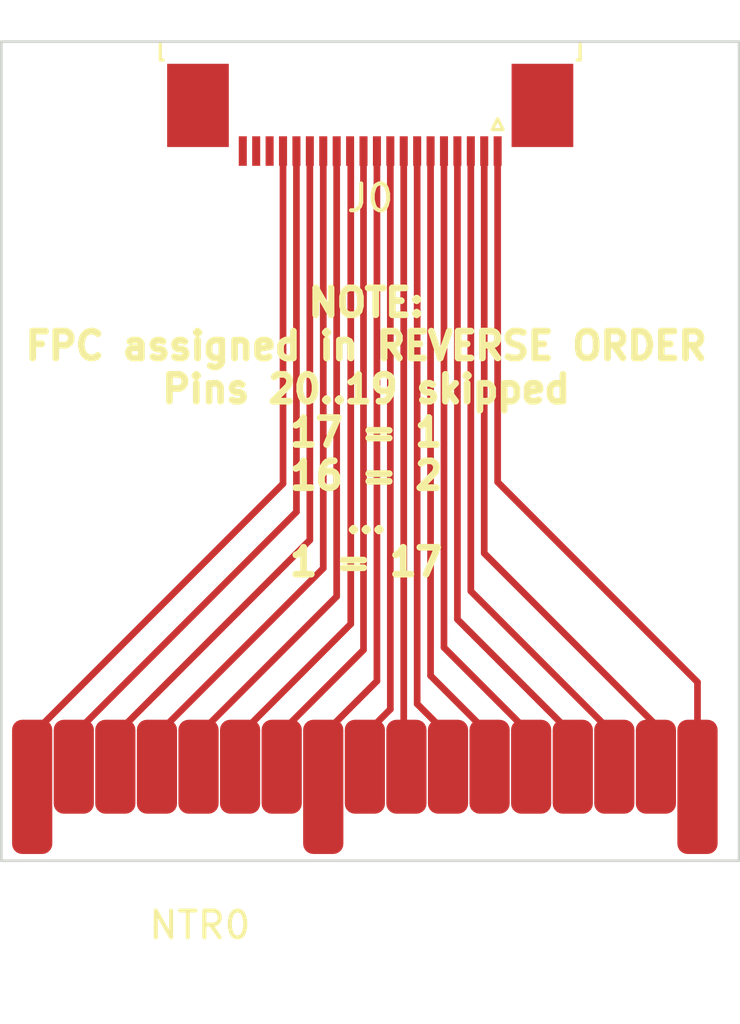
<source format=kicad_pcb>
(kicad_pcb (version 20211014) (generator pcbnew)
  (layers (0 "F.Cu" signal) (31 "B.Cu" signal) (34 "B.Paste" user) (35 "F.Paste" user) (36 "B.SilkS" user "B.Silkscreen") (37 "F.SilkS" user "F.Silkscreen") (38 "B.Mask" user) (39 "F.Mask" user) (44 "Edge.Cuts" user))
  (net 0 "")
  (net 1 "Net-(NTR0-Pad17)")
  (net 2 "Net-(NTR0-Pad16)")
  (net 3 "Net-(NTR0-Pad15)")
  (net 4 "Net-(NTR0-Pad14)")
  (net 5 "Net-(NTR0-Pad13)")
  (net 6 "Net-(NTR0-Pad12)")
  (net 7 "Net-(NTR0-Pad11)")
  (net 8 "Net-(NTR0-Pad10)")
  (net 9 "Net-(NTR0-Pad9)")
  (net 10 "Net-(NTR0-Pad8)")
  (net 11 "Net-(NTR0-Pad7)")
  (net 12 "Net-(NTR0-Pad6)")
  (net 13 "Net-(NTR0-Pad5)")
  (net 14 "Net-(NTR0-Pad4)")
  (net 15 "Net-(NTR0-Pad3)")
  (net 16 "Net-(NTR0-Pad2)")
  (net 17 "Net-(NTR0-Pad1)")
  (footprint "NTRCardContacts:NTRCardContacts" (layer "F.Cu") (at 167.4 112.75)
    (fp_text reference "NTR0" (at 0 -0.35 unlocked) (layer "F.SilkS"))
    (fp_text value "NTRCardContacts")
    (pad "1" smd roundrect (at -6.25 -5.5) (size 1.5 5) (layers "F.Cu" "F.Paste" "F.Mask") (net 17 "Net-(NTR0-Pad1)"))
    (pad "2" smd roundrect (at -4.7 -6.25) (size 1.5 3.5) (layers "F.Cu" "F.Paste" "F.Mask") (net 16 "Net-(NTR0-Pad2)"))
    (pad "3" smd roundrect (at -3.15 -6.25) (size 1.5 3.5) (layers "F.Cu" "F.Paste" "F.Mask") (net 15 "Net-(NTR0-Pad3)"))
    (pad "4" smd roundrect (at -1.6 -6.25) (size 1.5 3.5) (layers "F.Cu" "F.Paste" "F.Mask") (net 14 "Net-(NTR0-Pad4)"))
    (pad "5" smd roundrect (at -0.05 -6.25) (size 1.5 3.5) (layers "F.Cu" "F.Paste" "F.Mask") (net 13 "Net-(NTR0-Pad5)"))
    (pad "6" smd roundrect (at 1.5 -6.25) (size 1.5 3.5) (layers "F.Cu" "F.Paste" "F.Mask") (net 12 "Net-(NTR0-Pad6)"))
    (pad "7" smd roundrect (at 3.05 -6.25) (size 1.5 3.5) (layers "F.Cu" "F.Paste" "F.Mask") (net 11 "Net-(NTR0-Pad7)"))
    (pad "8" smd roundrect (at 4.6 -5.5) (size 1.5 5) (layers "F.Cu" "F.Paste" "F.Mask") (net 10 "Net-(NTR0-Pad8)"))
    (pad "9" smd roundrect (at 6.15 -6.25) (size 1.5 3.5) (layers "F.Cu" "F.Paste" "F.Mask") (net 9 "Net-(NTR0-Pad9)"))
    (pad "10" smd roundrect (at 7.7 -6.25) (size 1.5 3.5) (layers "F.Cu" "F.Paste" "F.Mask") (net 8 "Net-(NTR0-Pad10)"))
    (pad "11" smd roundrect (at 9.25 -6.25) (size 1.5 3.5) (layers "F.Cu" "F.Paste" "F.Mask") (net 7 "Net-(NTR0-Pad11)"))
    (pad "12" smd roundrect (at 10.8 -6.25) (size 1.5 3.5) (layers "F.Cu" "F.Paste" "F.Mask") (net 6 "Net-(NTR0-Pad12)"))
    (pad "13" smd roundrect (at 12.35 -6.25) (size 1.5 3.5) (layers "F.Cu" "F.Paste" "F.Mask") (net 5 "Net-(NTR0-Pad13)"))
    (pad "14" smd roundrect (at 13.9 -6.25) (size 1.5 3.5) (layers "F.Cu" "F.Paste" "F.Mask") (net 4 "Net-(NTR0-Pad14)"))
    (pad "15" smd roundrect (at 15.45 -6.25) (size 1.5 3.5) (layers "F.Cu" "F.Paste" "F.Mask") (net 3 "Net-(NTR0-Pad15)"))
    (pad "16" smd roundrect (at 17 -6.25) (size 1.5 3.5) (layers "F.Cu" "F.Paste" "F.Mask") (net 2 "Net-(NTR0-Pad16)"))
    (pad "17" smd roundrect (at 18.55 -5.5) (size 1.5 5) (layers "F.Cu" "F.Paste" "F.Mask") (net 1 "Net-(NTR0-Pad17)"))
  )
  (footprint "Connector_FFC-FPC:TE_2-1734839-0_1x20-1MP_P0.5mm_Horizontal" (layer "F.Cu") (at 173.75 82.225 180)
    (fp_text reference "J0" (at 0 -3.1) (layer "F.SilkS"))
    (fp_text value "PCB Edge")
    (fp_line (start -7.825 2.04) (end -7.825 2.64) (layer "F.SilkS") (width 0.12))
    (fp_line (start -4.95 -0.55) (end -4.75 -0.15) (layer "F.SilkS") (width 0.12))
    (fp_line (start 7.825 2.04) (end 7.825 2.64) (layer "F.SilkS") (width 0.12))
    (fp_line (start -4.55 -0.55) (end -4.95 -0.55) (layer "F.SilkS") (width 0.12))
    (fp_line (start 7.715 2.04) (end 7.825 2.04) (layer "F.SilkS") (width 0.12))
    (fp_line (start -7.715 2.04) (end -7.825 2.04) (layer "F.SilkS") (width 0.12))
    (fp_line (start -4.75 -0.15) (end -4.55 -0.55) (layer "F.SilkS") (width 0.12))
    (pad "1" smd rect (at -4.75 -1.35 180) (size 0.3 1.1) (layers "F.Cu" "F.Paste" "F.Mask") (net 1 "Net-(NTR0-Pad17)"))
    (pad "2" smd rect (at -4.25 -1.35 180) (size 0.3 1.1) (layers "F.Cu" "F.Paste" "F.Mask") (net 2 "Net-(NTR0-Pad16)"))
    (pad "3" smd rect (at -3.75 -1.35 180) (size 0.3 1.1) (layers "F.Cu" "F.Paste" "F.Mask") (net 3 "Net-(NTR0-Pad15)"))
    (pad "4" smd rect (at -3.25 -1.35 180) (size 0.3 1.1) (layers "F.Cu" "F.Paste" "F.Mask") (net 4 "Net-(NTR0-Pad14)"))
    (pad "5" smd rect (at -2.75 -1.35 180) (size 0.3 1.1) (layers "F.Cu" "F.Paste" "F.Mask") (net 5 "Net-(NTR0-Pad13)"))
    (pad "6" smd rect (at -2.25 -1.35 180) (size 0.3 1.1) (layers "F.Cu" "F.Paste" "F.Mask") (net 6 "Net-(NTR0-Pad12)"))
    (pad "7" smd rect (at -1.75 -1.35 180) (size 0.3 1.1) (layers "F.Cu" "F.Paste" "F.Mask") (net 7 "Net-(NTR0-Pad11)"))
    (pad "8" smd rect (at -1.25 -1.35 180) (size 0.3 1.1) (layers "F.Cu" "F.Paste" "F.Mask") (net 8 "Net-(NTR0-Pad10)"))
    (pad "9" smd rect (at -0.75 -1.35 180) (size 0.3 1.1) (layers "F.Cu" "F.Paste" "F.Mask") (net 9 "Net-(NTR0-Pad9)"))
    (pad "10" smd rect (at -0.25 -1.35 180) (size 0.3 1.1) (layers "F.Cu" "F.Paste" "F.Mask") (net 10 "Net-(NTR0-Pad8)"))
    (pad "11" smd rect (at 0.25 -1.35 180) (size 0.3 1.1) (layers "F.Cu" "F.Paste" "F.Mask") (net 11 "Net-(NTR0-Pad7)"))
    (pad "12" smd rect (at 0.75 -1.35 180) (size 0.3 1.1) (layers "F.Cu" "F.Paste" "F.Mask") (net 12 "Net-(NTR0-Pad6)"))
    (pad "13" smd rect (at 1.25 -1.35 180) (size 0.3 1.1) (layers "F.Cu" "F.Paste" "F.Mask") (net 13 "Net-(NTR0-Pad5)"))
    (pad "14" smd rect (at 1.75 -1.35 180) (size 0.3 1.1) (layers "F.Cu" "F.Paste" "F.Mask") (net 14 "Net-(NTR0-Pad4)"))
    (pad "15" smd rect (at 2.25 -1.35 180) (size 0.3 1.1) (layers "F.Cu" "F.Paste" "F.Mask") (net 15 "Net-(NTR0-Pad3)"))
    (pad "16" smd rect (at 2.75 -1.35 180) (size 0.3 1.1) (layers "F.Cu" "F.Paste" "F.Mask") (net 16 "Net-(NTR0-Pad2)"))
    (pad "17" smd rect (at 3.25 -1.35 180) (size 0.3 1.1) (layers "F.Cu" "F.Paste" "F.Mask") (net 17 "Net-(NTR0-Pad1)"))
    (pad "18" smd rect (at 3.75 -1.35 180) (size 0.3 1.1) (layers "F.Cu" "F.Paste" "F.Mask"))
    (pad "19" smd rect (at 4.25 -1.35 180) (size 0.3 1.1) (layers "F.Cu" "F.Paste" "F.Mask"))
    (pad "20" smd rect (at 4.75 -1.35 180) (size 0.3 1.1) (layers "F.Cu" "F.Paste" "F.Mask"))
    (pad "MP" smd rect (at -6.42 0.35 180) (size 2.3 3.1) (layers "F.Cu" "F.Paste" "F.Mask"))
    (pad "MP" smd rect (at 6.42 0.35 180) (size 2.3 3.1) (layers "F.Cu" "F.Paste" "F.Mask"))
  )
  (gr_rect locked (start 160 79.5) (end 187.5 110) (layer "Edge.Cuts") (width 0.1) (fill none))
  (gr_text "NOTE:\nFPC assigned in REVERSE ORDER\nPins 20..19 skipped\n17 = 1\n16 = 2\n...\n1 = 17" (at 173.6 94.05) (layer "F.SilkS") (effects (font (size 1 1) (thickness 0.25))))
  (segment (start 178.5 83.575) (end 178.5 95.9) (width 0.25) (layer "F.Cu") (net 1))
  (segment (start 178.5 95.9) (end 185.95 103.35) (width 0.25) (layer "F.Cu") (net 1))
  (segment (start 185.95 103.35) (end 185.95 107.25) (width 0.25) (layer "F.Cu") (net 1))
  (segment (start 178 98.55) (end 184.4 104.95) (width 0.25) (layer "F.Cu") (net 2))
  (segment (start 178 83.575) (end 178 98.55) (width 0.25) (layer "F.Cu") (net 2))
  (segment (start 184.4 104.95) (end 184.4 106.5) (width 0.25) (layer "F.Cu") (net 2))
  (segment (start 177.5 83.575) (end 177.5 99.96073) (width 0.25) (layer "F.Cu") (net 3))
  (segment (start 182.85 105.31073) (end 182.85 106.5) (width 0.25) (layer "F.Cu") (net 3))
  (segment (start 177.5 99.96073) (end 182.85 105.31073) (width 0.25) (layer "F.Cu") (net 3))
  (segment (start 177 83.575) (end 177 101.01073) (width 0.25) (layer "F.Cu") (net 4))
  (segment (start 177 101.01073) (end 181.3 105.31073) (width 0.25) (layer "F.Cu") (net 4))
  (segment (start 181.3 105.31073) (end 181.3 106.5) (width 0.25) (layer "F.Cu") (net 4))
  (segment (start 176.5 83.575) (end 176.5 102.06073) (width 0.25) (layer "F.Cu") (net 5))
  (segment (start 176.5 102.06073) (end 179.75 105.31073) (width 0.25) (layer "F.Cu") (net 5))
  (segment (start 179.75 105.31073) (end 179.75 106.5) (width 0.25) (layer "F.Cu") (net 5))
  (segment (start 178.2 105.31073) (end 178.2 106.5) (width 0.25) (layer "F.Cu") (net 6))
  (segment (start 176 83.575) (end 176 103.11073) (width 0.25) (layer "F.Cu") (net 6))
  (segment (start 176 103.11073) (end 178.2 105.31073) (width 0.25) (layer "F.Cu") (net 6))
  (segment (start 175.5 104.16073) (end 176.65 105.31073) (width 0.25) (layer "F.Cu") (net 7))
  (segment (start 176.65 105.31073) (end 176.65 106.5) (width 0.25) (layer "F.Cu") (net 7))
  (segment (start 175.5 83.575) (end 175.5 104.16073) (width 0.25) (layer "F.Cu") (net 7))
  (segment (start 175 106.4) (end 175 83.575) (width 0.25) (layer "F.Cu") (net 8))
  (segment (start 175.1 106.5) (end 175 106.4) (width 0.25) (layer "F.Cu") (net 8))
  (segment (start 173.55 105.31073) (end 173.55 106.5) (width 0.25) (layer "F.Cu") (net 9))
  (segment (start 174.5 83.575) (end 174.5 104.36073) (width 0.25) (layer "F.Cu") (net 9))
  (segment (start 174.5 104.36073) (end 173.55 105.31073) (width 0.25) (layer "F.Cu") (net 9))
  (segment (start 172 105.31073) (end 174 103.31073) (width 0.25) (layer "F.Cu") (net 10))
  (segment (start 174 103.31073) (end 174 83.575) (width 0.25) (layer "F.Cu") (net 10))
  (segment (start 172 107.25) (end 172 105.31073) (width 0.25) (layer "F.Cu") (net 10))
  (segment (start 170.45 105.2) (end 170.45 106.5) (width 0.25) (layer "F.Cu") (net 11))
  (segment (start 173.5 102.15) (end 170.45 105.2) (width 0.25) (layer "F.Cu") (net 11))
  (segment (start 173.5 83.575) (end 173.5 102.15) (width 0.25) (layer "F.Cu") (net 11))
  (segment (start 173.025489 101.185241) (end 173.025489 83.5) (width 0.25) (layer "F.Cu") (net 12))
  (segment (start 168.9 105.31073) (end 173.025489 101.185241) (width 0.25) (layer "F.Cu") (net 12))
  (segment (start 168.9 106.5) (end 168.9 105.31073) (width 0.25) (layer "F.Cu") (net 12))
  (segment (start 167.35 105.31073) (end 172.5 100.16073) (width 0.25) (layer "F.Cu") (net 13))
  (segment (start 167.35 106.5) (end 167.35 105.31073) (width 0.25) (layer "F.Cu") (net 13))
  (segment (start 172.5 100.16073) (end 172.5 83.575) (width 0.25) (layer "F.Cu") (net 13))
  (segment (start 165.8 105.31073) (end 172 99.11073) (width 0.25) (layer "F.Cu") (net 14))
  (segment (start 172 99.11073) (end 172 83.575) (width 0.25) (layer "F.Cu") (net 14))
  (segment (start 165.8 106.5) (end 165.8 105.31073) (width 0.25) (layer "F.Cu") (net 14))
  (segment (start 164.25 105.31073) (end 164.25 106.5) (width 0.25) (layer "F.Cu") (net 15))
  (segment (start 171.5 98.06073) (end 164.25 105.31073) (width 0.25) (layer "F.Cu") (net 15))
  (segment (start 171.5 83.575) (end 171.5 98.06073) (width 0.25) (layer "F.Cu") (net 15))
  (segment (start 171 83.575) (end 171 97.01073) (width 0.25) (layer "F.Cu") (net 16))
  (segment (start 162.7 105.31073) (end 162.7 106.5) (width 0.25) (layer "F.Cu") (net 16))
  (segment (start 171 97.01073) (end 162.7 105.31073) (width 0.25) (layer "F.Cu") (net 16))
  (segment (start 161.15 107.25) (end 161.15 105.31073) (width 0.25) (layer "F.Cu") (net 17))
  (segment (start 161.15 105.31073) (end 170.5 95.96073) (width 0.25) (layer "F.Cu") (net 17))
  (segment (start 170.5 95.96073) (end 170.5 83.575) (width 0.25) (layer "F.Cu") (net 17))
)
</source>
